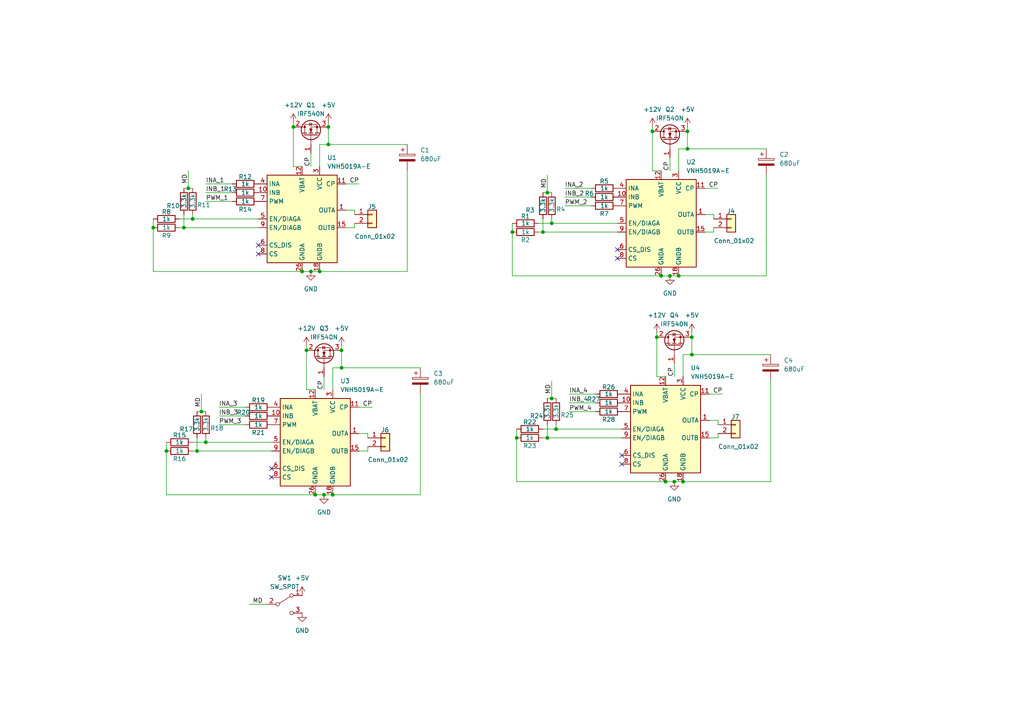
<source format=kicad_sch>
(kicad_sch (version 20231120) (generator "eeschema") (generator_version "8.0")
  (paper "A4")
  (lib_symbols
    (symbol "Connector_Generic:Conn_01x02" (pin_names (offset 1.016) hide)
      (property "Reference" "J" (at 0 2.54 0))
      (property "Value" "Conn_01x02" (at 0 -5.08 0))
      (symbol "Conn_01x02_1_1"
        (rectangle (start -1.27 -2.413) (end 0 -2.667) (stroke (width 0.1524)))
        (rectangle (start -1.27 0.127) (end 0 -0.127) (stroke (width 0.1524)))
        (rectangle (start -1.27 1.27) (end 1.27 -3.81) (stroke (width 0.254)) (fill (type background)))
        (pin passive line (at -5.08 0 0) (length 3.81) (name "Pin_1") (number "1"))
        (pin passive line (at -5.08 -2.54 0) (length 3.81) (name "Pin_2") (number "2"))
      )
    )
    (symbol "Device:C_Polarized" (pin_numbers hide) (pin_names (offset 0.254))
      (property "Reference" "C" (at 0.635 2.54 0))
      (property "Value" "C_Polarized" (at 0.635 -2.54 0))
      (symbol "C_Polarized_0_1"
        (rectangle (start -2.286 0.508) (end 2.286 1.016))
        (polyline (pts (xy -1.778 2.286) (xy -0.762 2.286)))
        (polyline (pts (xy -1.27 2.794) (xy -1.27 1.778)))
        (rectangle (start 2.286 -0.508) (end -2.286 -1.016) (fill (type outline)))
      )
      (symbol "C_Polarized_1_1"
        (pin passive line (at 0 3.81 270) (length 2.794) (name "~") (number "1"))
        (pin passive line (at 0 -3.81 90) (length 2.794) (name "~") (number "2"))
      )
    )
    (symbol "Device:R" (pin_numbers hide) (pin_names (offset 0))
      (property "Reference" "R" (at 2.032 0 90))
      (property "Value" "R" (at 0 0 90))
      (symbol "R_0_1"
        (rectangle (start -1.016 -2.54) (end 1.016 2.54) (stroke (width 0.254)))
      )
      (symbol "R_1_1"
        (pin passive line (at 0 3.81 270) (length 1.27) (name "~") (number "1"))
        (pin passive line (at 0 -3.81 90) (length 1.27) (name "~") (number "2"))
      )
    )
    (symbol "Driver_Motor:VNH5019A-E"
      (property "Reference" "U" (at -7.62 13.97 0))
      (property "Value" "VNH5019A-E" (at 12.7 13.97 0))
      (symbol "VNH5019A-E_0_1"
        (rectangle (start -10.16 12.7) (end 10.16 -12.7) (stroke (width 0.254)) (fill (type background)))
      )
      (symbol "VNH5019A-E_1_1"
        (pin output line (at 12.7 2.54 180) (length 2.54) (name "OUTA") (number "1"))
        (pin input line (at -12.7 7.62 0) (length 2.54) (name "INB") (number "10"))
        (pin output line (at 12.7 10.16 180) (length 2.54) (name "CP") (number "11"))
        (pin power_in line (at 0 15.24 270) (length 2.54) (name "VBAT") (number "12"))
        (pin passive line (at 5.08 15.24 270) (length 2.54) hide (name "VCC") (number "13"))
        (pin no_connect line (at 10.16 -10.16 180) (length 2.54) hide (name "NC") (number "14"))
        (pin output line (at 12.7 -2.54 180) (length 2.54) (name "OUTB") (number "15"))
        (pin passive line (at 12.7 -2.54 180) (length 2.54) hide (name "OUTB") (number "16"))
        (pin no_connect line (at 10.16 -5.08 180) (length 2.54) hide (name "NC") (number "17"))
        (pin power_in line (at 5.08 -15.24 90) (length 2.54) (name "GNDB") (number "18"))
        (pin passive line (at 5.08 -15.24 90) (length 2.54) hide (name "GNDB") (number "19"))
        (pin no_connect line (at 10.16 -7.62 180) (length 2.54) hide (name "NC") (number "2"))
        (pin passive line (at 5.08 -15.24 90) (length 2.54) hide (name "GNDB") (number "20"))
        (pin passive line (at 12.7 -2.54 180) (length 2.54) hide (name "OUTB") (number "21"))
        (pin no_connect line (at 10.16 0 180) (length 2.54) hide (name "NC") (number "22"))
        (pin passive line (at 5.08 15.24 270) (length 2.54) hide (name "VCC") (number "23"))
        (pin no_connect line (at 10.16 5.08 180) (length 2.54) hide (name "NC") (number "24"))
        (pin passive line (at 12.7 2.54 180) (length 2.54) hide (name "OUTA") (number "25"))
        (pin power_in line (at 0 -15.24 90) (length 2.54) (name "GNDA") (number "26"))
        (pin passive line (at 0 -15.24 90) (length 2.54) hide (name "GNDA") (number "27"))
        (pin passive line (at 0 -15.24 90) (length 2.54) hide (name "GNDA") (number "28"))
        (pin no_connect line (at 10.16 7.62 180) (length 2.54) hide (name "NC") (number "29"))
        (pin power_in line (at 5.08 15.24 270) (length 2.54) (name "VCC") (number "3"))
        (pin passive line (at 12.7 2.54 180) (length 2.54) hide (name "OUTA") (number "30"))
        (pin passive line (at 5.08 15.24 270) (length 2.54) hide (name "VCC") (number "31"))
        (pin passive line (at 12.7 -2.54 180) (length 2.54) hide (name "OUTB") (number "32"))
        (pin passive line (at 12.7 2.54 180) (length 2.54) hide (name "OUTA") (number "33"))
        (pin input line (at -12.7 10.16 0) (length 2.54) (name "INA") (number "4"))
        (pin open_collector line (at -12.7 0 0) (length 2.54) (name "EN/DIAGA") (number "5"))
        (pin input line (at -12.7 -7.62 0) (length 2.54) (name "CS_DIS") (number "6"))
        (pin input line (at -12.7 5.08 0) (length 2.54) (name "PWM") (number "7"))
        (pin output line (at -12.7 -10.16 0) (length 2.54) (name "CS") (number "8"))
        (pin open_collector line (at -12.7 -2.54 0) (length 2.54) (name "EN/DIAGB") (number "9"))
      )
    )
    (symbol "Switch:SW_SPDT" (pin_names (offset 0) hide)
      (property "Reference" "SW" (at 0 4.318 0))
      (property "Value" "SW_SPDT" (at 0 -5.08 0))
      (symbol "SW_SPDT_0_0"
        (circle (center -2.032 0) (radius 0.508))
        (circle (center 2.032 -2.54) (radius 0.508))
      )
      (symbol "SW_SPDT_0_1"
        (polyline (pts (xy -1.524 0.254) (xy 1.651 2.286)))
        (circle (center 2.032 2.54) (radius 0.508))
      )
      (symbol "SW_SPDT_1_1"
        (pin passive line (at 5.08 2.54 180) (length 2.54) (name "A") (number "1"))
        (pin passive line (at -5.08 0 0) (length 2.54) (name "B") (number "2"))
        (pin passive line (at 5.08 -2.54 180) (length 2.54) (name "C") (number "3"))
      )
    )
    (symbol "Transistor_FET:IRF540N" (pin_names hide)
      (property "Reference" "Q" (at 6.35 1.905 0))
      (property "Value" "IRF540N" (at 6.35 0 0))
      (symbol "IRF540N_0_1"
        (polyline (pts (xy 0.254 0) (xy -2.54 0)))
        (polyline (pts (xy 0.254 1.905) (xy 0.254 -1.905)) (stroke (width 0.254)))
        (polyline (pts (xy 0.762 -1.27) (xy 0.762 -2.286)) (stroke (width 0.254)))
        (polyline (pts (xy 0.762 0.508) (xy 0.762 -0.508)) (stroke (width 0.254)))
        (polyline (pts (xy 0.762 2.286) (xy 0.762 1.27)) (stroke (width 0.254)))
        (polyline (pts (xy 2.54 2.54) (xy 2.54 1.778)))
        (polyline (pts (xy 2.54 -2.54) (xy 2.54 0) (xy 0.762 0)))
        (polyline (pts (xy 0.762 -1.778) (xy 3.302 -1.778) (xy 3.302 1.778) (xy 0.762 1.778)))
        (polyline (pts (xy 1.016 0) (xy 2.032 0.381) (xy 2.032 -0.381) (xy 1.016 0)) (fill (type outline)))
        (polyline (pts (xy 2.794 0.508) (xy 2.921 0.381) (xy 3.683 0.381) (xy 3.81 0.254)))
        (polyline (pts (xy 3.302 0.381) (xy 2.921 -0.254) (xy 3.683 -0.254) (xy 3.302 0.381)))
        (circle (center 1.651 0) (radius 2.794) (stroke (width 0.254)))
        (circle (center 2.54 -1.778) (radius 0.254) (fill (type outline)))
        (circle (center 2.54 1.778) (radius 0.254) (fill (type outline)))
      )
      (symbol "IRF540N_1_1"
        (pin input line (at -5.08 0 0) (length 2.54) (name "G") (number "1"))
        (pin passive line (at 2.54 5.08 270) (length 2.54) (name "D") (number "2"))
        (pin passive line (at 2.54 -5.08 90) (length 2.54) (name "S") (number "3"))
      )
    )
    (symbol "power:+12V" (power) (pin_names (offset 0))
      (property "Value" "+12V" (at 0 3.556 0))
      (symbol "+12V_0_1"
        (polyline (pts (xy -0.762 1.27) (xy 0 2.54)))
        (polyline (pts (xy 0 0) (xy 0 2.54)))
        (polyline (pts (xy 0 2.54) (xy 0.762 1.27)))
      )
      (symbol "+12V_1_1"
        (pin power_in line (at 0 0 90) (length 0) hide (name "+12V") (number "1"))
      )
    )
    (symbol "power:+5V" (power) (pin_names (offset 0))
      (property "Value" "+5V" (at 0 3.556 0))
      (symbol "+5V_0_1"
        (polyline (pts (xy -0.762 1.27) (xy 0 2.54)))
        (polyline (pts (xy 0 0) (xy 0 2.54)))
        (polyline (pts (xy 0 2.54) (xy 0.762 1.27)))
      )
      (symbol "+5V_1_1"
        (pin power_in line (at 0 0 90) (length 0) hide (name "+5V") (number "1"))
      )
    )
    (symbol "power:GND" (power) (pin_names (offset 0))
      (property "Value" "GND" (at 0 -3.81 0))
      (symbol "GND_0_1"
        (polyline (pts (xy 0 0) (xy 0 -1.27) (xy 1.27 -1.27) (xy 0 -2.54) (xy -1.27 -1.27) (xy 0 -1.27)))
      )
      (symbol "GND_1_1"
        (pin power_in line (at 0 0 270) (length 0) hide (name "GND") (number "1"))
      )
    )
  )
  (junction (at 193.04 139.7))
  (junction (at 87.63 78.74))
  (junction (at 200.66 102.87))
  (junction (at 158.75 127))
  (junction (at 93.98 143.51))
  (junction (at 54.61 54.61))
  (junction (at 160.02 64.77))
  (junction (at 196.85 80.01))
  (junction (at 99.06 106.68))
  (junction (at 53.34 66.04))
  (junction (at 149.86 127))
  (junction (at 99.06 101.6))
  (junction (at 55.88 63.5))
  (junction (at 95.25 36.83))
  (junction (at 195.58 139.7))
  (junction (at 148.59 67.31))
  (junction (at 44.45 66.04))
  (junction (at 157.48 67.31))
  (junction (at 88.9 101.6))
  (junction (at 48.26 130.81))
  (junction (at 200.66 97.79))
  (junction (at 57.15 130.81))
  (junction (at 96.52 143.51))
  (junction (at 199.39 38.1))
  (junction (at 191.77 80.01))
  (junction (at 90.17 78.74))
  (junction (at 91.44 143.51))
  (junction (at 189.23 38.1))
  (junction (at 59.69 128.27))
  (junction (at 158.75 55.88))
  (junction (at 198.12 139.7))
  (junction (at 194.31 80.01))
  (junction (at 95.25 41.91))
  (junction (at 190.5 97.79))
  (junction (at 92.71 78.74))
  (junction (at 161.29 124.46))
  (junction (at 85.09 36.83))
  (junction (at 58.42 119.38))
  (junction (at 160.02 115.57))
  (junction (at 199.39 43.18))
  (no_connect (at 74.93 73.66))
  (no_connect (at 180.34 134.62))
  (no_connect (at 78.74 135.89))
  (no_connect (at 74.93 71.12))
  (no_connect (at 78.74 138.43))
  (no_connect (at 179.07 72.39))
  (no_connect (at 180.34 132.08))
  (no_connect (at 179.07 74.93))
  (wire (pts (xy 102.87 60.96) (xy 102.87 62.23)))
  (wire (pts (xy 54.61 49.53) (xy 54.61 54.61)))
  (wire (pts (xy 53.34 66.04) (xy 52.07 66.04)))
  (wire (pts (xy 85.09 36.83) (xy 85.09 48.26)))
  (wire (pts (xy 55.88 63.5) (xy 52.07 63.5)))
  (wire (pts (xy 158.75 55.88) (xy 160.02 55.88)))
  (wire (pts (xy 59.69 55.88) (xy 67.31 55.88)))
  (wire (pts (xy 160.02 64.77) (xy 179.07 64.77)))
  (wire (pts (xy 63.5 120.65) (xy 71.12 120.65)))
  (wire (pts (xy 223.52 139.7) (xy 198.12 139.7)))
  (wire (pts (xy 100.33 53.34) (xy 104.14 53.34)))
  (wire (pts (xy 223.52 110.49) (xy 223.52 139.7)))
  (wire (pts (xy 191.77 80.01) (xy 194.31 80.01)))
  (wire (pts (xy 59.69 53.34) (xy 67.31 53.34)))
  (wire (pts (xy 90.17 78.74) (xy 92.71 78.74)))
  (wire (pts (xy 199.39 43.18) (xy 222.25 43.18)))
  (wire (pts (xy 158.75 123.19) (xy 158.75 127)))
  (wire (pts (xy 44.45 66.04) (xy 44.45 78.74)))
  (wire (pts (xy 106.68 130.81) (xy 106.68 129.54)))
  (wire (pts (xy 189.23 38.1) (xy 189.23 49.53)))
  (wire (pts (xy 48.26 143.51) (xy 91.44 143.51)))
  (wire (pts (xy 194.31 80.01) (xy 196.85 80.01)))
  (wire (pts (xy 59.69 128.27) (xy 78.74 128.27)))
  (wire (pts (xy 91.44 143.51) (xy 93.98 143.51)))
  (wire (pts (xy 48.26 128.27) (xy 48.26 130.81)))
  (wire (pts (xy 96.52 106.68) (xy 99.06 106.68)))
  (wire (pts (xy 99.06 100.33) (xy 99.06 101.6)))
  (wire (pts (xy 59.69 128.27) (xy 55.88 128.27)))
  (wire (pts (xy 199.39 36.83) (xy 199.39 38.1)))
  (wire (pts (xy 92.71 41.91) (xy 92.71 48.26)))
  (wire (pts (xy 106.68 125.73) (xy 106.68 127)))
  (wire (pts (xy 160.02 115.57) (xy 161.29 115.57)))
  (wire (pts (xy 207.01 62.23) (xy 207.01 63.5)))
  (wire (pts (xy 222.25 80.01) (xy 196.85 80.01)))
  (wire (pts (xy 96.52 106.68) (xy 96.52 113.03)))
  (wire (pts (xy 92.71 41.91) (xy 95.25 41.91)))
  (wire (pts (xy 44.45 63.5) (xy 44.45 66.04)))
  (wire (pts (xy 104.14 118.11) (xy 107.95 118.11)))
  (wire (pts (xy 57.15 130.81) (xy 55.88 130.81)))
  (wire (pts (xy 57.15 127) (xy 57.15 130.81)))
  (wire (pts (xy 200.66 102.87) (xy 223.52 102.87)))
  (wire (pts (xy 53.34 66.04) (xy 74.93 66.04)))
  (wire (pts (xy 148.59 64.77) (xy 148.59 67.31)))
  (wire (pts (xy 90.17 44.45) (xy 90.17 48.26)))
  (wire (pts (xy 93.98 109.22) (xy 93.98 113.03)))
  (wire (pts (xy 222.25 50.8) (xy 222.25 80.01)))
  (wire (pts (xy 148.59 80.01) (xy 191.77 80.01)))
  (wire (pts (xy 149.86 124.46) (xy 149.86 127)))
  (wire (pts (xy 204.47 62.23) (xy 207.01 62.23)))
  (wire (pts (xy 190.5 96.52) (xy 190.5 97.79)))
  (wire (pts (xy 158.75 50.8) (xy 158.75 55.88)))
  (wire (pts (xy 161.29 124.46) (xy 157.48 124.46)))
  (wire (pts (xy 85.09 35.56) (xy 85.09 36.83)))
  (wire (pts (xy 160.02 64.77) (xy 156.21 64.77)))
  (wire (pts (xy 87.63 48.26) (xy 85.09 48.26)))
  (wire (pts (xy 59.69 127) (xy 59.69 128.27)))
  (wire (pts (xy 48.26 130.81) (xy 48.26 143.51)))
  (wire (pts (xy 194.31 45.72) (xy 194.31 49.53)))
  (wire (pts (xy 53.34 54.61) (xy 54.61 54.61)))
  (wire (pts (xy 200.66 102.87) (xy 200.66 97.79)))
  (wire (pts (xy 149.86 139.7) (xy 193.04 139.7)))
  (wire (pts (xy 104.14 130.81) (xy 106.68 130.81)))
  (wire (pts (xy 149.86 127) (xy 149.86 139.7)))
  (wire (pts (xy 204.47 54.61) (xy 208.28 54.61)))
  (wire (pts (xy 100.33 66.04) (xy 102.87 66.04)))
  (wire (pts (xy 193.04 139.7) (xy 195.58 139.7)))
  (wire (pts (xy 165.1 114.3) (xy 172.72 114.3)))
  (wire (pts (xy 158.75 115.57) (xy 160.02 115.57)))
  (wire (pts (xy 55.88 63.5) (xy 74.93 63.5)))
  (wire (pts (xy 59.69 58.42) (xy 67.31 58.42)))
  (wire (pts (xy 102.87 66.04) (xy 102.87 64.77)))
  (wire (pts (xy 193.04 109.22) (xy 190.5 109.22)))
  (wire (pts (xy 204.47 67.31) (xy 207.01 67.31)))
  (wire (pts (xy 44.45 78.74) (xy 87.63 78.74)))
  (wire (pts (xy 95.25 35.56) (xy 95.25 36.83)))
  (wire (pts (xy 91.44 113.03) (xy 88.9 113.03)))
  (wire (pts (xy 55.88 62.23) (xy 55.88 63.5)))
  (wire (pts (xy 53.34 62.23) (xy 53.34 66.04)))
  (wire (pts (xy 58.42 114.3) (xy 58.42 119.38)))
  (wire (pts (xy 58.42 119.38) (xy 59.69 119.38)))
  (wire (pts (xy 198.12 102.87) (xy 198.12 109.22)))
  (wire (pts (xy 205.74 114.3) (xy 209.55 114.3)))
  (wire (pts (xy 199.39 43.18) (xy 199.39 38.1)))
  (wire (pts (xy 57.15 130.81) (xy 78.74 130.81)))
  (wire (pts (xy 163.83 59.69) (xy 171.45 59.69)))
  (wire (pts (xy 158.75 127) (xy 157.48 127)))
  (wire (pts (xy 208.28 121.92) (xy 208.28 123.19)))
  (wire (pts (xy 200.66 96.52) (xy 200.66 97.79)))
  (wire (pts (xy 165.1 119.38) (xy 172.72 119.38)))
  (wire (pts (xy 121.92 143.51) (xy 96.52 143.51)))
  (wire (pts (xy 100.33 60.96) (xy 102.87 60.96)))
  (wire (pts (xy 205.74 127) (xy 208.28 127)))
  (wire (pts (xy 54.61 54.61) (xy 55.88 54.61)))
  (wire (pts (xy 163.83 54.61) (xy 171.45 54.61)))
  (wire (pts (xy 118.11 78.74) (xy 92.71 78.74)))
  (wire (pts (xy 165.1 116.84) (xy 172.72 116.84)))
  (wire (pts (xy 195.58 139.7) (xy 198.12 139.7)))
  (wire (pts (xy 208.28 127) (xy 208.28 125.73)))
  (wire (pts (xy 195.58 105.41) (xy 195.58 109.22)))
  (wire (pts (xy 161.29 124.46) (xy 180.34 124.46)))
  (wire (pts (xy 118.11 49.53) (xy 118.11 78.74)))
  (wire (pts (xy 189.23 36.83) (xy 189.23 38.1)))
  (wire (pts (xy 88.9 101.6) (xy 88.9 113.03)))
  (wire (pts (xy 190.5 97.79) (xy 190.5 109.22)))
  (wire (pts (xy 196.85 43.18) (xy 199.39 43.18)))
  (wire (pts (xy 205.74 121.92) (xy 208.28 121.92)))
  (wire (pts (xy 157.48 67.31) (xy 179.07 67.31)))
  (wire (pts (xy 99.06 106.68) (xy 121.92 106.68)))
  (wire (pts (xy 104.14 125.73) (xy 106.68 125.73)))
  (wire (pts (xy 121.92 114.3) (xy 121.92 143.51)))
  (wire (pts (xy 95.25 41.91) (xy 95.25 36.83)))
  (wire (pts (xy 158.75 127) (xy 180.34 127)))
  (wire (pts (xy 72.39 175.26) (xy 77.47 175.26)))
  (wire (pts (xy 88.9 100.33) (xy 88.9 101.6)))
  (wire (pts (xy 160.02 63.5) (xy 160.02 64.77)))
  (wire (pts (xy 93.98 143.51) (xy 96.52 143.51)))
  (wire (pts (xy 157.48 55.88) (xy 158.75 55.88)))
  (wire (pts (xy 87.63 78.74) (xy 90.17 78.74)))
  (wire (pts (xy 198.12 102.87) (xy 200.66 102.87)))
  (wire (pts (xy 99.06 106.68) (xy 99.06 101.6)))
  (wire (pts (xy 63.5 123.19) (xy 71.12 123.19)))
  (wire (pts (xy 57.15 119.38) (xy 58.42 119.38)))
  (wire (pts (xy 160.02 110.49) (xy 160.02 115.57)))
  (wire (pts (xy 163.83 57.15) (xy 171.45 57.15)))
  (wire (pts (xy 63.5 118.11) (xy 71.12 118.11)))
  (wire (pts (xy 161.29 123.19) (xy 161.29 124.46)))
  (wire (pts (xy 196.85 43.18) (xy 196.85 49.53)))
  (wire (pts (xy 157.48 67.31) (xy 156.21 67.31)))
  (wire (pts (xy 157.48 63.5) (xy 157.48 67.31)))
  (wire (pts (xy 191.77 49.53) (xy 189.23 49.53)))
  (wire (pts (xy 207.01 67.31) (xy 207.01 66.04)))
  (wire (pts (xy 148.59 67.31) (xy 148.59 80.01)))
  (wire (pts (xy 95.25 41.91) (xy 118.11 41.91)))
  (label "PWM_3" (at 63.5 123.19 0))
  (label "PWM_1" (at 59.69 58.42 0))
  (label "MD" (at 58.42 118.11 90))
  (label "CP" (at 194.31 49.53 90))
  (label "INB_1" (at 59.69 55.88 0))
  (label "CP" (at 90.17 48.26 90))
  (label "INA_1" (at 59.69 53.34 0))
  (label "CP" (at 208.28 54.61 180))
  (label "INB_4" (at 165.1 116.84 0))
  (label "MD" (at 54.61 53.34 90))
  (label "INA_2" (at 163.83 54.61 0))
  (label "INB_3" (at 63.5 120.65 0))
  (label "MD" (at 158.75 54.61 90))
  (label "CP" (at 107.95 118.11 180))
  (label "CP" (at 93.98 113.03 90))
  (label "MD" (at 76.2 175.26 180))
  (label "CP" (at 195.58 109.22 90))
  (label "INA_3" (at 63.5 118.11 0))
  (label "PWM_4" (at 165.1 119.38 0))
  (label "MD" (at 160.02 114.3 90))
  (label "CP" (at 104.14 53.34 180))
  (label "INA_4" (at 165.1 114.3 0))
  (label "INB_2" (at 163.83 57.15 0))
  (label "CP" (at 209.55 114.3 180))
  (label "PWM_2" (at 163.83 59.69 0))
  (symbol (lib_id "Connector_Generic:Conn_01x02") (at 213.36 123.19 0) (unit 1)
    (property "Reference" "J7" (at 212.09 120.904 0) (effects (justify left)))
    (property "Value" "Conn_01x02" (at 208.28 129.54 0) (effects (justify left)))
    (property "Description" "Generic connector, single row, 01x02, script generated (kicad-library-utils/schlib/autogen/connector/)" (effects (hide yes)))
  )
  (symbol (lib_id "Device:R") (at 176.53 116.84 90) (unit 1)
    (property "Reference" "R27" (at 172.212 115.824 90))
    (property "Value" "1k" (at 176.53 116.84 90))
    (property "Footprint" "Resistor_SMD:R_0603_1608Metric_Pad0.98x0.95mm_HandSolder" (effects (hide yes)))
    (property "Description" "Resistor" (effects (hide yes)))
  )
  (symbol (lib_id "Device:R") (at 175.26 59.69 90) (unit 1)
    (property "Reference" "R7" (at 175.26 61.976 90))
    (property "Value" "1k" (at 175.26 59.69 90))
    (property "Footprint" "Resistor_SMD:R_0603_1608Metric_Pad0.98x0.95mm_HandSolder" (effects (hide yes)))
    (property "Description" "Resistor" (effects (hide yes)))
  )
  (symbol (lib_id "power:GND") (at 195.58 139.7 0) (unit 1)
    (property "Reference" "#PWR021" (effects (hide yes)))
    (property "Value" "GND" (at 195.58 144.78 0))
    (property "Description" "Power symbol creates a global label with name \"GND\" , ground" (effects (hide yes)))
  )
  (symbol (lib_id "Device:R") (at 55.88 58.42 180) (unit 1)
    (property "Reference" "R11" (at 57.15 59.436 0) (effects (justify right)))
    (property "Value" "3.3k" (at 55.88 60.452 90) (effects (justify right)))
    (property "Footprint" "Resistor_SMD:R_0603_1608Metric_Pad0.98x0.95mm_HandSolder" (effects (hide yes)))
    (property "Description" "Resistor" (effects (hide yes)))
  )
  (symbol (lib_id "power:GND") (at 93.98 143.51 0) (unit 1)
    (property "Reference" "#PWR015" (effects (hide yes)))
    (property "Value" "GND" (at 93.98 148.59 0))
    (property "Description" "Power symbol creates a global label with name \"GND\" , ground" (effects (hide yes)))
  )
  (symbol (lib_id "Device:R") (at 57.15 123.19 180) (unit 1)
    (property "Reference" "R17" (at 52.07 124.46 0) (effects (justify right)))
    (property "Value" "3.3k" (at 57.15 125.222 90) (effects (justify right)))
    (property "Footprint" "Resistor_SMD:R_0603_1608Metric_Pad0.98x0.95mm_HandSolder" (effects (hide yes)))
    (property "Description" "Resistor" (effects (hide yes)))
  )
  (symbol (lib_id "Device:R") (at 158.75 119.38 180) (unit 1)
    (property "Reference" "R24" (at 153.67 120.65 0) (effects (justify right)))
    (property "Value" "3.3k" (at 158.75 121.412 90) (effects (justify right)))
    (property "Footprint" "Resistor_SMD:R_0603_1608Metric_Pad0.98x0.95mm_HandSolder" (effects (hide yes)))
    (property "Description" "Resistor" (effects (hide yes)))
  )
  (symbol (lib_id "Transistor_FET:IRF540N") (at 195.58 100.33 90) (unit 1)
    (property "Reference" "Q4" (at 195.58 91.44 90))
    (property "Value" "IRF540N" (at 195.58 93.98 90))
    (property "Footprint" "Package_TO_SOT_THT:TO-220-3_Vertical" (effects (hide yes)))
    (property "Datasheet" "http://www.irf.com/product-info/datasheets/data/irf540n.pdf" (effects (hide yes)))
    (property "Description" "33A Id, 100V Vds, HEXFET N-Channel MOSFET, TO-220" (effects (hide yes)))
  )
  (symbol (lib_id "power:+12V") (at 189.23 36.83 0) (unit 1)
    (property "Reference" "#PWR011" (effects (hide yes)))
    (property "Value" "+12V" (at 189.23 31.75 0))
    (property "Description" "Power symbol creates a global label with name \"+12V\"" (effects (hide yes)))
  )
  (symbol (lib_id "power:+12V") (at 190.5 96.52 0) (unit 1)
    (property "Reference" "#PWR017" (effects (hide yes)))
    (property "Value" "+12V" (at 190.5 91.44 0))
    (property "Description" "Power symbol creates a global label with name \"+12V\"" (effects (hide yes)))
  )
  (symbol (lib_id "Switch:SW_SPDT") (at 82.55 175.26 0) (unit 1)
    (property "Reference" "SW1" (at 82.55 167.64 0))
    (property "Value" "SW_SPDT" (at 82.55 170.18 0))
    (property "Footprint" "Button_Switch_THT:SS12D00G3-2.5mm" (effects (hide yes)))
    (property "Description" "Switch, single pole double throw" (effects (hide yes)))
  )
  (symbol (lib_id "Device:R") (at 59.69 123.19 180) (unit 1)
    (property "Reference" "R18" (at 60.96 124.206 0) (effects (justify right)))
    (property "Value" "3.3k" (at 59.69 125.222 90) (effects (justify right)))
    (property "Footprint" "Resistor_SMD:R_0603_1608Metric_Pad0.98x0.95mm_HandSolder" (effects (hide yes)))
    (property "Description" "Resistor" (effects (hide yes)))
  )
  (symbol (lib_id "power:+12V") (at 85.09 35.56 0) (unit 1)
    (property "Reference" "#PWR018" (effects (hide yes)))
    (property "Value" "+12V" (at 85.09 30.48 0))
    (property "Description" "Power symbol creates a global label with name \"+12V\"" (effects (hide yes)))
  )
  (symbol (lib_id "Connector_Generic:Conn_01x02") (at 111.76 127 0) (unit 1)
    (property "Reference" "J6" (at 110.49 124.714 0) (effects (justify left)))
    (property "Value" "Conn_01x02" (at 106.68 133.35 0) (effects (justify left)))
    (property "Description" "Generic connector, single row, 01x02, script generated (kicad-library-utils/schlib/autogen/connector/)" (effects (hide yes)))
  )
  (symbol (lib_id "Device:R") (at 74.93 120.65 90) (unit 1)
    (property "Reference" "R20" (at 70.612 119.634 90))
    (property "Value" "1k" (at 74.93 120.65 90))
    (property "Footprint" "Resistor_SMD:R_0603_1608Metric_Pad0.98x0.95mm_HandSolder" (effects (hide yes)))
    (property "Description" "Resistor" (effects (hide yes)))
  )
  (symbol (lib_id "Device:R") (at 71.12 53.34 90) (unit 1)
    (property "Reference" "R12" (at 71.12 51.308 90))
    (property "Value" "1k" (at 71.12 53.34 90))
    (property "Footprint" "Resistor_SMD:R_0603_1608Metric_Pad0.98x0.95mm_HandSolder" (effects (hide yes)))
    (property "Description" "Resistor" (effects (hide yes)))
  )
  (symbol (lib_id "Device:R") (at 48.26 63.5 90) (unit 1)
    (property "Reference" "R8" (at 48.26 61.468 90))
    (property "Value" "1k" (at 48.26 63.5 90))
    (property "Footprint" "Resistor_SMD:R_0603_1608Metric_Pad0.98x0.95mm_HandSolder" (effects (hide yes)))
    (property "Description" "Resistor" (effects (hide yes)))
  )
  (symbol (lib_id "power:+5V") (at 99.06 100.33 0) (unit 1)
    (property "Reference" "#PWR016" (effects (hide yes)))
    (property "Value" "+5V" (at 99.06 95.25 0))
    (property "Description" "Power symbol creates a global label with name \"+5V\"" (effects (hide yes)))
  )
  (symbol (lib_id "Device:R") (at 157.48 59.69 180) (unit 1)
    (property "Reference" "R3" (at 152.4 60.96 0) (effects (justify right)))
    (property "Value" "3.3k" (at 157.48 61.722 90) (effects (justify right)))
    (property "Footprint" "Resistor_SMD:R_0603_1608Metric_Pad0.98x0.95mm_HandSolder" (effects (hide yes)))
    (property "Description" "Resistor" (effects (hide yes)))
  )
  (symbol (lib_id "power:+12V") (at 88.9 100.33 0) (unit 1)
    (property "Reference" "#PWR014" (effects (hide yes)))
    (property "Value" "+12V" (at 88.9 95.25 0))
    (property "Description" "Power symbol creates a global label with name \"+12V\"" (effects (hide yes)))
  )
  (symbol (lib_id "Device:R") (at 52.07 130.81 90) (unit 1)
    (property "Reference" "R16" (at 52.07 133.096 90))
    (property "Value" "1k" (at 52.07 130.81 90))
    (property "Footprint" "Resistor_SMD:R_0603_1608Metric_Pad0.98x0.95mm_HandSolder" (effects (hide yes)))
    (property "Description" "Resistor" (effects (hide yes)))
  )
  (symbol (lib_id "Device:R") (at 71.12 55.88 90) (unit 1)
    (property "Reference" "R13" (at 66.802 54.864 90))
    (property "Value" "1k" (at 71.12 55.88 90))
    (property "Footprint" "Resistor_SMD:R_0603_1608Metric_Pad0.98x0.95mm_HandSolder" (effects (hide yes)))
    (property "Description" "Resistor" (effects (hide yes)))
  )
  (symbol (lib_id "Device:R") (at 160.02 59.69 180) (unit 1)
    (property "Reference" "R4" (at 161.29 60.706 0) (effects (justify right)))
    (property "Value" "3.3k" (at 160.02 61.722 90) (effects (justify right)))
    (property "Footprint" "Resistor_SMD:R_0603_1608Metric_Pad0.98x0.95mm_HandSolder" (effects (hide yes)))
    (property "Description" "Resistor" (effects (hide yes)))
  )
  (symbol (lib_id "Device:R") (at 74.93 118.11 90) (unit 1)
    (property "Reference" "R19" (at 74.93 116.078 90))
    (property "Value" "1k" (at 74.93 118.11 90))
    (property "Footprint" "Resistor_SMD:R_0603_1608Metric_Pad0.98x0.95mm_HandSolder" (effects (hide yes)))
    (property "Description" "Resistor" (effects (hide yes)))
  )
  (symbol (lib_id "power:GND") (at 90.17 78.74 0) (unit 1)
    (property "Reference" "#PWR019" (effects (hide yes)))
    (property "Value" "GND" (at 90.17 83.82 0))
    (property "Description" "Power symbol creates a global label with name \"GND\" , ground" (effects (hide yes)))
  )
  (symbol (lib_id "Device:R") (at 161.29 119.38 180) (unit 1)
    (property "Reference" "R25" (at 162.56 120.396 0) (effects (justify right)))
    (property "Value" "3.3k" (at 161.29 121.412 90) (effects (justify right)))
    (property "Footprint" "Resistor_SMD:R_0603_1608Metric_Pad0.98x0.95mm_HandSolder" (effects (hide yes)))
    (property "Description" "Resistor" (effects (hide yes)))
  )
  (symbol (lib_id "Device:R") (at 152.4 64.77 90) (unit 1)
    (property "Reference" "R1" (at 152.4 62.738 90))
    (property "Value" "1k" (at 152.4 64.77 90))
    (property "Footprint" "Resistor_SMD:R_0603_1608Metric_Pad0.98x0.95mm_HandSolder" (effects (hide yes)))
    (property "Description" "Resistor" (effects (hide yes)))
  )
  (symbol (lib_id "power:+5V") (at 95.25 35.56 0) (unit 1)
    (property "Reference" "#PWR020" (effects (hide yes)))
    (property "Value" "+5V" (at 95.25 30.48 0))
    (property "Description" "Power symbol creates a global label with name \"+5V\"" (effects (hide yes)))
  )
  (symbol (lib_id "Device:R") (at 175.26 57.15 90) (unit 1)
    (property "Reference" "R6" (at 170.942 56.134 90))
    (property "Value" "1k" (at 175.26 57.15 90))
    (property "Footprint" "Resistor_SMD:R_0603_1608Metric_Pad0.98x0.95mm_HandSolder" (effects (hide yes)))
    (property "Description" "Resistor" (effects (hide yes)))
  )
  (symbol (lib_id "Driver_Motor:VNH5019A-E") (at 191.77 64.77 0) (unit 1)
    (property "Reference" "U2" (at 199.0441 46.99 0) (effects (justify left)))
    (property "Value" "VNH5019A-E" (at 199.0441 49.53 0) (effects (justify left)))
    (property "Footprint" "Package_SO:ST_MultiPowerSO-30" (effects (hide yes)))
    (property "Datasheet" "https://www.st.com/resource/en/datasheet/vnh5019a-e.pdf" (effects (hide yes)))
    (property "Description" "Full Bridge Motor Driver, 41V, 30A, -40 to 150C, MultiPowerSO-30" (effects (hide yes)))
  )
  (symbol (lib_id "Transistor_FET:IRF540N") (at 194.31 40.64 90) (unit 1)
    (property "Reference" "Q2" (at 194.31 31.75 90))
    (property "Value" "IRF540N" (at 194.31 34.29 90))
    (property "Footprint" "Package_TO_SOT_THT:TO-220-3_Vertical" (effects (hide yes)))
    (property "Datasheet" "http://www.irf.com/product-info/datasheets/data/irf540n.pdf" (effects (hide yes)))
    (property "Description" "33A Id, 100V Vds, HEXFET N-Channel MOSFET, TO-220" (effects (hide yes)))
  )
  (symbol (lib_id "Device:R") (at 153.67 127 90) (unit 1)
    (property "Reference" "R23" (at 153.67 129.286 90))
    (property "Value" "1k" (at 153.67 127 90))
    (property "Footprint" "Resistor_SMD:R_0603_1608Metric_Pad0.98x0.95mm_HandSolder" (effects (hide yes)))
    (property "Description" "Resistor" (effects (hide yes)))
  )
  (symbol (lib_id "power:+5V") (at 87.63 172.72 0) (unit 1)
    (property "Reference" "#PWR09" (effects (hide yes)))
    (property "Value" "+5V" (at 87.63 167.64 0))
    (property "Description" "Power symbol creates a global label with name \"+5V\"" (effects (hide yes)))
  )
  (symbol (lib_id "Device:R") (at 152.4 67.31 90) (unit 1)
    (property "Reference" "R2" (at 152.4 69.596 90))
    (property "Value" "1k" (at 152.4 67.31 90))
    (property "Footprint" "Resistor_SMD:R_0603_1608Metric_Pad0.98x0.95mm_HandSolder" (effects (hide yes)))
    (property "Description" "Resistor" (effects (hide yes)))
  )
  (symbol (lib_id "Connector_Generic:Conn_01x02") (at 107.95 62.23 0) (unit 1)
    (property "Reference" "J5" (at 106.68 59.944 0) (effects (justify left)))
    (property "Value" "Conn_01x02" (at 102.87 68.58 0) (effects (justify left)))
    (property "Description" "Generic connector, single row, 01x02, script generated (kicad-library-utils/schlib/autogen/connector/)" (effects (hide yes)))
  )
  (symbol (lib_id "Transistor_FET:IRF540N") (at 90.17 39.37 90) (unit 1)
    (property "Reference" "Q1" (at 90.17 30.48 90))
    (property "Value" "IRF540N" (at 90.17 33.02 90))
    (property "Footprint" "Package_TO_SOT_THT:TO-220-3_Vertical" (effects (hide yes)))
    (property "Datasheet" "http://www.irf.com/product-info/datasheets/data/irf540n.pdf" (effects (hide yes)))
    (property "Description" "33A Id, 100V Vds, HEXFET N-Channel MOSFET, TO-220" (effects (hide yes)))
  )
  (symbol (lib_id "Device:R") (at 153.67 124.46 90) (unit 1)
    (property "Reference" "R22" (at 153.67 122.428 90))
    (property "Value" "1k" (at 153.67 124.46 90))
    (property "Footprint" "Resistor_SMD:R_0603_1608Metric_Pad0.98x0.95mm_HandSolder" (effects (hide yes)))
    (property "Description" "Resistor" (effects (hide yes)))
  )
  (symbol (lib_id "power:+5V") (at 199.39 36.83 0) (unit 1)
    (property "Reference" "#PWR013" (effects (hide yes)))
    (property "Value" "+5V" (at 199.39 31.75 0))
    (property "Description" "Power symbol creates a global label with name \"+5V\"" (effects (hide yes)))
  )
  (symbol (lib_id "Transistor_FET:IRF540N") (at 93.98 104.14 90) (unit 1)
    (property "Reference" "Q3" (at 93.98 95.25 90))
    (property "Value" "IRF540N" (at 93.98 97.79 90))
    (property "Footprint" "Package_TO_SOT_THT:TO-220-3_Vertical" (effects (hide yes)))
    (property "Datasheet" "http://www.irf.com/product-info/datasheets/data/irf540n.pdf" (effects (hide yes)))
    (property "Description" "33A Id, 100V Vds, HEXFET N-Channel MOSFET, TO-220" (effects (hide yes)))
  )
  (symbol (lib_id "Device:R") (at 176.53 119.38 90) (unit 1)
    (property "Reference" "R28" (at 176.53 121.666 90))
    (property "Value" "1k" (at 176.53 119.38 90))
    (property "Footprint" "Resistor_SMD:R_0603_1608Metric_Pad0.98x0.95mm_HandSolder" (effects (hide yes)))
    (property "Description" "Resistor" (effects (hide yes)))
  )
  (symbol (lib_id "Driver_Motor:VNH5019A-E") (at 91.44 128.27 0) (unit 1)
    (property "Reference" "U3" (at 98.7141 110.49 0) (effects (justify left)))
    (property "Value" "VNH5019A-E" (at 98.7141 113.03 0) (effects (justify left)))
    (property "Footprint" "Package_SO:ST_MultiPowerSO-30" (effects (hide yes)))
    (property "Datasheet" "https://www.st.com/resource/en/datasheet/vnh5019a-e.pdf" (effects (hide yes)))
    (property "Description" "Full Bridge Motor Driver, 41V, 30A, -40 to 150C, MultiPowerSO-30" (effects (hide yes)))
  )
  (symbol (lib_id "Device:C_Polarized") (at 118.11 45.72 0) (unit 1)
    (property "Reference" "C1" (at 121.92 43.5609 0) (effects (justify left)))
    (property "Value" "680uF" (at 121.92 46.1009 0) (effects (justify left)))
    (property "Footprint" "Capacitor_SMD:C_0603_1608Metric_Pad1.08x0.95mm_HandSolder" (effects (hide yes)))
    (property "Description" "Polarized capacitor" (effects (hide yes)))
  )
  (symbol (lib_id "power:+5V") (at 200.66 96.52 0) (unit 1)
    (property "Reference" "#PWR022" (effects (hide yes)))
    (property "Value" "+5V" (at 200.66 91.44 0))
    (property "Description" "Power symbol creates a global label with name \"+5V\"" (effects (hide yes)))
  )
  (symbol (lib_id "Device:R") (at 48.26 66.04 90) (unit 1)
    (property "Reference" "R9" (at 48.26 68.326 90))
    (property "Value" "1k" (at 48.26 66.04 90))
    (property "Footprint" "Resistor_SMD:R_0603_1608Metric_Pad0.98x0.95mm_HandSolder" (effects (hide yes)))
    (property "Description" "Resistor" (effects (hide yes)))
  )
  (symbol (lib_id "Connector_Generic:Conn_01x02") (at 212.09 63.5 0) (unit 1)
    (property "Reference" "J4" (at 210.82 61.214 0) (effects (justify left)))
    (property "Value" "Conn_01x02" (at 207.01 69.85 0) (effects (justify left)))
    (property "Description" "Generic connector, single row, 01x02, script generated (kicad-library-utils/schlib/autogen/connector/)" (effects (hide yes)))
  )
  (symbol (lib_id "Device:R") (at 175.26 54.61 90) (unit 1)
    (property "Reference" "R5" (at 175.26 52.578 90))
    (property "Value" "1k" (at 175.26 54.61 90))
    (property "Footprint" "Resistor_SMD:R_0603_1608Metric_Pad0.98x0.95mm_HandSolder" (effects (hide yes)))
    (property "Description" "Resistor" (effects (hide yes)))
  )
  (symbol (lib_id "Device:R") (at 52.07 128.27 90) (unit 1)
    (property "Reference" "R15" (at 52.07 126.238 90))
    (property "Value" "1k" (at 52.07 128.27 90))
    (property "Footprint" "Resistor_SMD:R_0603_1608Metric_Pad0.98x0.95mm_HandSolder" (effects (hide yes)))
    (property "Description" "Resistor" (effects (hide yes)))
  )
  (symbol (lib_id "Device:R") (at 53.34 58.42 180) (unit 1)
    (property "Reference" "R10" (at 48.26 59.69 0) (effects (justify right)))
    (property "Value" "3.3k" (at 53.34 60.452 90) (effects (justify right)))
    (property "Footprint" "Resistor_SMD:R_0603_1608Metric_Pad0.98x0.95mm_HandSolder" (effects (hide yes)))
    (property "Description" "Resistor" (effects (hide yes)))
  )
  (symbol (lib_id "Device:C_Polarized") (at 223.52 106.68 0) (unit 1)
    (property "Reference" "C4" (at 227.33 104.5209 0) (effects (justify left)))
    (property "Value" "680uF" (at 227.33 107.0609 0) (effects (justify left)))
    (property "Footprint" "Capacitor_SMD:C_0603_1608Metric_Pad1.08x0.95mm_HandSolder" (effects (hide yes)))
    (property "Description" "Polarized capacitor" (effects (hide yes)))
  )
  (symbol (lib_id "power:GND") (at 87.63 177.8 0) (unit 1)
    (property "Reference" "#PWR010" (effects (hide yes)))
    (property "Value" "GND" (at 87.63 182.88 0))
    (property "Description" "Power symbol creates a global label with name \"GND\" , ground" (effects (hide yes)))
  )
  (symbol (lib_id "Device:R") (at 176.53 114.3 90) (unit 1)
    (property "Reference" "R26" (at 176.53 112.268 90))
    (property "Value" "1k" (at 176.53 114.3 90))
    (property "Footprint" "Resistor_SMD:R_0603_1608Metric_Pad0.98x0.95mm_HandSolder" (effects (hide yes)))
    (property "Description" "Resistor" (effects (hide yes)))
  )
  (symbol (lib_id "Device:R") (at 71.12 58.42 90) (unit 1)
    (property "Reference" "R14" (at 71.12 60.706 90))
    (property "Value" "1k" (at 71.12 58.42 90))
    (property "Footprint" "Resistor_SMD:R_0603_1608Metric_Pad0.98x0.95mm_HandSolder" (effects (hide yes)))
    (property "Description" "Resistor" (effects (hide yes)))
  )
  (symbol (lib_id "Driver_Motor:VNH5019A-E") (at 193.04 124.46 0) (unit 1)
    (property "Reference" "U4" (at 200.3141 106.68 0) (effects (justify left)))
    (property "Value" "VNH5019A-E" (at 200.3141 109.22 0) (effects (justify left)))
    (property "Footprint" "Package_SO:ST_MultiPowerSO-30" (effects (hide yes)))
    (property "Datasheet" "https://www.st.com/resource/en/datasheet/vnh5019a-e.pdf" (effects (hide yes)))
    (property "Description" "Full Bridge Motor Driver, 41V, 30A, -40 to 150C, MultiPowerSO-30" (effects (hide yes)))
  )
  (symbol (lib_id "Device:R") (at 74.93 123.19 90) (unit 1)
    (property "Reference" "R21" (at 74.93 125.476 90))
    (property "Value" "1k" (at 74.93 123.19 90))
    (property "Footprint" "Resistor_SMD:R_0603_1608Metric_Pad0.98x0.95mm_HandSolder" (effects (hide yes)))
    (property "Description" "Resistor" (effects (hide yes)))
  )
  (symbol (lib_id "Device:C_Polarized") (at 222.25 46.99 0) (unit 1)
    (property "Reference" "C2" (at 226.06 44.8309 0) (effects (justify left)))
    (property "Value" "680uF" (at 226.06 47.3709 0) (effects (justify left)))
    (property "Footprint" "Capacitor_SMD:C_0603_1608Metric_Pad1.08x0.95mm_HandSolder" (effects (hide yes)))
    (property "Description" "Polarized capacitor" (effects (hide yes)))
  )
  (symbol (lib_id "Driver_Motor:VNH5019A-E") (at 87.63 63.5 0) (unit 1)
    (property "Reference" "U1" (at 94.9041 45.72 0) (effects (justify left)))
    (property "Value" "VNH5019A-E" (at 94.9041 48.26 0) (effects (justify left)))
    (property "Footprint" "Package_SO:ST_MultiPowerSO-30" (effects (hide yes)))
    (property "Datasheet" "https://www.st.com/resource/en/datasheet/vnh5019a-e.pdf" (effects (hide yes)))
    (property "Description" "Full Bridge Motor Driver, 41V, 30A, -40 to 150C, MultiPowerSO-30" (effects (hide yes)))
  )
  (symbol (lib_id "Device:C_Polarized") (at 121.92 110.49 0) (unit 1)
    (property "Reference" "C3" (at 125.73 108.3309 0) (effects (justify left)))
    (property "Value" "680uF" (at 125.73 110.8709 0) (effects (justify left)))
    (property "Footprint" "Capacitor_SMD:C_0603_1608Metric_Pad1.08x0.95mm_HandSolder" (effects (hide yes)))
    (property "Description" "Polarized capacitor" (effects (hide yes)))
  )
  (symbol (lib_id "power:GND") (at 194.31 80.01 0) (unit 1)
    (property "Reference" "#PWR012" (effects (hide yes)))
    (property "Value" "GND" (at 194.31 85.09 0))
    (property "Description" "Power symbol creates a global label with name \"GND\" , ground" (effects (hide yes)))
  )
)
</source>
